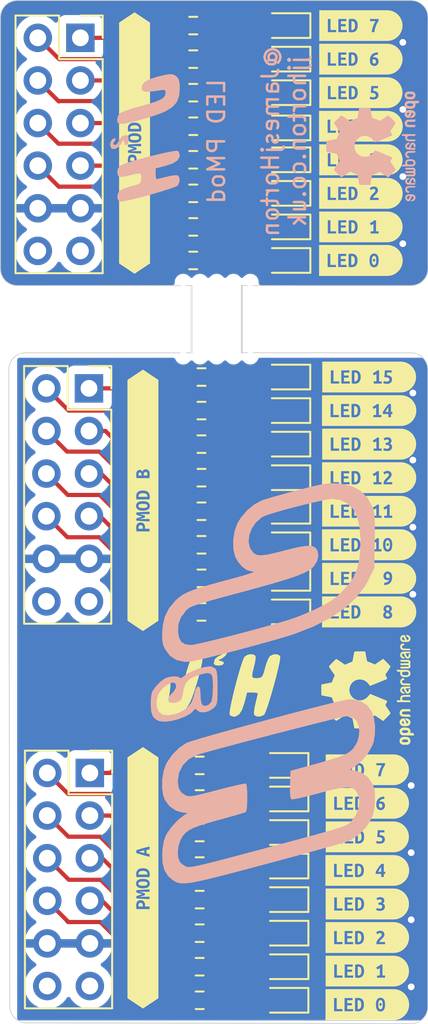
<source format=kicad_pcb>
(kicad_pcb (version 20221018) (generator pcbnew)
  (layers (0 "F.Cu" signal) (31 "B.Cu" signal) (34 "B.Paste" user) (35 "F.Paste" user) (36 "B.SilkS" user "B.Silkscreen") (37 "F.SilkS" user "F.Silkscreen") (38 "B.Mask" user) (39 "F.Mask" user) (44 "Edge.Cuts" user))
  (net 0 "")
  (net 1 "Net-(D1-Pad2)")
  (net 2 "GND")
  (net 3 "Net-(D2-Pad2)")
  (net 4 "Net-(D3-Pad2)")
  (net 5 "Net-(D4-Pad2)")
  (net 6 "Net-(D5-Pad2)")
  (net 7 "Net-(D6-Pad2)")
  (net 8 "Net-(D7-Pad2)")
  (net 9 "Net-(D8-Pad2)")
  (net 10 "Net-(D9-Pad2)")
  (net 11 "Net-(D10-Pad2)")
  (net 12 "Net-(D11-Pad2)")
  (net 13 "Net-(D12-Pad2)")
  (net 14 "Net-(D13-Pad2)")
  (net 15 "Net-(D14-Pad2)")
  (net 16 "Net-(D15-Pad2)")
  (net 17 "Net-(D16-Pad2)")
  (net 18 "Net-(D17-Pad2)")
  (net 19 "Net-(D18-Pad2)")
  (net 20 "Net-(D19-Pad2)")
  (net 21 "Net-(D20-Pad2)")
  (net 22 "Net-(D21-Pad2)")
  (net 23 "Net-(D22-Pad2)")
  (net 24 "Net-(D23-Pad2)")
  (net 25 "Net-(D24-Pad2)")
  (net 28 "P1_LED0")
  (net 29 "P1_LED1")
  (net 30 "P1_LED2")
  (net 31 "P1_LED3")
  (net 32 "P1_LED4")
  (net 33 "P1_LED5")
  (net 34 "P1_LED6")
  (net 35 "P1_LED7")
  (net 36 "P2A_LED7")
  (net 37 "P2A_LED6")
  (net 38 "P2A_LED5")
  (net 39 "P2A_LED4")
  (net 40 "P2A_LED3")
  (net 41 "P2A_LED2")
  (net 42 "P2A_LED1")
  (net 43 "P2A_LED0")
  (net 46 "P2B_LED7")
  (net 47 "P2B_LED6")
  (net 48 "P2B_LED5")
  (net 49 "P2B_LED4")
  (net 50 "P2B_LED3")
  (net 51 "P2B_LED2")
  (net 52 "P2B_LED1")
  (net 53 "P2B_LED0")
  (net 56 "GND2")
  (footprint "LED_SMD:LED_0603_1608Metric" (layer "F.Cu") (at 146.5 89.5 180)
    (fp_text reference "D1" hide)
    (fp_text value "LED" hide)
    (pad "1" smd roundrect (at -0.7875 0 180) (size 0.875 0.95) (layers "F.Cu" "F.Paste" "F.Mask") (net 56 "GND2"))
    (pad "2" smd roundrect (at 0.7875 0 180) (size 0.875 0.95) (layers "F.Cu" "F.Paste" "F.Mask") (net 1 "Net-(D1-Pad2)"))
  )
  (footprint "LED_SMD:LED_0603_1608Metric" (layer "F.Cu") (at 146.5 87.5 180)
    (fp_text reference "D2" hide)
    (fp_text value "LED" hide)
    (pad "1" smd roundrect (at -0.7875 0 180) (size 0.875 0.95) (layers "F.Cu" "F.Paste" "F.Mask") (net 56 "GND2"))
    (pad "2" smd roundrect (at 0.7875 0 180) (size 0.875 0.95) (layers "F.Cu" "F.Paste" "F.Mask") (net 3 "Net-(D2-Pad2)"))
  )
  (footprint "LED_SMD:LED_0603_1608Metric" (layer "F.Cu") (at 146.5 85.5 180)
    (fp_text reference "D3" hide)
    (fp_text value "LED" hide)
    (pad "1" smd roundrect (at -0.7875 0 180) (size 0.875 0.95) (layers "F.Cu" "F.Paste" "F.Mask") (net 56 "GND2"))
    (pad "2" smd roundrect (at 0.7875 0 180) (size 0.875 0.95) (layers "F.Cu" "F.Paste" "F.Mask") (net 4 "Net-(D3-Pad2)"))
  )
  (footprint "LED_SMD:LED_0603_1608Metric" (layer "F.Cu") (at 146.5 83.5 180)
    (fp_text reference "D4" hide)
    (fp_text value "LED" hide)
    (pad "1" smd roundrect (at -0.7875 0 180) (size 0.875 0.95) (layers "F.Cu" "F.Paste" "F.Mask") (net 56 "GND2"))
    (pad "2" smd roundrect (at 0.7875 0 180) (size 0.875 0.95) (layers "F.Cu" "F.Paste" "F.Mask") (net 5 "Net-(D4-Pad2)"))
  )
  (footprint "LED_SMD:LED_0603_1608Metric" (layer "F.Cu") (at 146.5 81.6 180)
    (fp_text reference "D5" hide)
    (fp_text value "LED" hide)
    (pad "1" smd roundrect (at -0.7875 0 180) (size 0.875 0.95) (layers "F.Cu" "F.Paste" "F.Mask") (net 56 "GND2"))
    (pad "2" smd roundrect (at 0.7875 0 180) (size 0.875 0.95) (layers "F.Cu" "F.Paste" "F.Mask") (net 6 "Net-(D5-Pad2)"))
  )
  (footprint "LED_SMD:LED_0603_1608Metric" (layer "F.Cu") (at 146.5 79.5 180)
    (fp_text reference "D6" hide)
    (fp_text value "LED" hide)
    (pad "1" smd roundrect (at -0.7875 0 180) (size 0.875 0.95) (layers "F.Cu" "F.Paste" "F.Mask") (net 56 "GND2"))
    (pad "2" smd roundrect (at 0.7875 0 180) (size 0.875 0.95) (layers "F.Cu" "F.Paste" "F.Mask") (net 7 "Net-(D6-Pad2)"))
  )
  (footprint "LED_SMD:LED_0603_1608Metric" (layer "F.Cu") (at 146.5 77.5 180)
    (fp_text reference "D7" hide)
    (fp_text value "LED" hide)
    (pad "1" smd roundrect (at -0.7875 0 180) (size 0.875 0.95) (layers "F.Cu" "F.Paste" "F.Mask") (net 56 "GND2"))
    (pad "2" smd roundrect (at 0.7875 0 180) (size 0.875 0.95) (layers "F.Cu" "F.Paste" "F.Mask") (net 8 "Net-(D7-Pad2)"))
  )
  (footprint "LED_SMD:LED_0603_1608Metric" (layer "F.Cu") (at 146.5 75.5 180)
    (fp_text reference "D8" hide)
    (fp_text value "LED" hide)
    (pad "1" smd roundrect (at -0.7875 0 180) (size 0.875 0.95) (layers "F.Cu" "F.Paste" "F.Mask") (net 56 "GND2"))
    (pad "2" smd roundrect (at 0.7875 0 180) (size 0.875 0.95) (layers "F.Cu" "F.Paste" "F.Mask") (net 9 "Net-(D8-Pad2)"))
  )
  (footprint "Connector_PinSocket_2.54mm:PinSocket_2x06_P2.54mm_Vertical" (layer "F.Cu") (at 134.27 76.23)
    (fp_text reference "J1" hide)
    (fp_text value "Conn_02x06_Odd_Even" hide)
    (pad "1" thru_hole rect (at 0 0) (size 1.7 1.7) (drill 1) (layers "*.Cu" "*.Mask") (net 35 "P1_LED7"))
    (pad "2" thru_hole oval (at -2.54 0) (size 1.7 1.7) (drill 1) (layers "*.Cu" "*.Mask") (net 34 "P1_LED6"))
    (pad "3" thru_hole oval (at 0 2.54) (size 1.7 1.7) (drill 1) (layers "*.Cu" "*.Mask") (net 33 "P1_LED5"))
    (pad "4" thru_hole oval (at -2.54 2.54) (size 1.7 1.7) (drill 1) (layers "*.Cu" "*.Mask") (net 32 "P1_LED4"))
    (pad "5" thru_hole oval (at 0 5.08) (size 1.7 1.7) (drill 1) (layers "*.Cu" "*.Mask") (net 31 "P1_LED3"))
    (pad "6" thru_hole oval (at -2.54 5.08) (size 1.7 1.7) (drill 1) (layers "*.Cu" "*.Mask") (net 30 "P1_LED2"))
    (pad "7" thru_hole oval (at 0 7.62) (size 1.7 1.7) (drill 1) (layers "*.Cu" "*.Mask") (net 29 "P1_LED1"))
    (pad "8" thru_hole oval (at -2.54 7.62) (size 1.7 1.7) (drill 1) (layers "*.Cu" "*.Mask") (net 28 "P1_LED0"))
    (pad "9" thru_hole oval (at 0 10.16) (size 1.7 1.7) (drill 1) (layers "*.Cu" "*.Mask") (net 56 "GND2"))
    (pad "10" thru_hole oval (at -2.54 10.16) (size 1.7 1.7) (drill 1) (layers "*.Cu" "*.Mask") (net 56 "GND2"))
    (pad "11" thru_hole oval (at 0 12.7) (size 1.7 1.7) (drill 1) (layers "*.Cu" "*.Mask"))
    (pad "12" thru_hole oval (at -2.54 12.7) (size 1.7 1.7) (drill 1) (layers "*.Cu" "*.Mask"))
  )
  (footprint "Resistor_SMD:R_0603_1608Metric" (layer "F.Cu") (at 141 89.5)
    (fp_text reference "R1" hide)
    (fp_text value "330" hide)
    (pad "1" smd roundrect (at -0.825 0) (size 0.8 0.95) (layers "F.Cu" "F.Paste" "F.Mask") (net 28 "P1_LED0"))
    (pad "2" smd roundrect (at 0.825 0) (size 0.8 0.95) (layers "F.Cu" "F.Paste" "F.Mask") (net 1 "Net-(D1-Pad2)"))
  )
  (footprint "Resistor_SMD:R_0603_1608Metric" (layer "F.Cu") (at 141 87.5)
    (fp_text reference "R2" hide)
    (fp_text value "330" hide)
    (pad "1" smd roundrect (at -0.825 0) (size 0.8 0.95) (layers "F.Cu" "F.Paste" "F.Mask") (net 29 "P1_LED1"))
    (pad "2" smd roundrect (at 0.825 0) (size 0.8 0.95) (layers "F.Cu" "F.Paste" "F.Mask") (net 3 "Net-(D2-Pad2)"))
  )
  (footprint "Resistor_SMD:R_0603_1608Metric" (layer "F.Cu") (at 141 85.5)
    (fp_text reference "R3" hide)
    (fp_text value "330" hide)
    (pad "1" smd roundrect (at -0.825 0) (size 0.8 0.95) (layers "F.Cu" "F.Paste" "F.Mask") (net 30 "P1_LED2"))
    (pad "2" smd roundrect (at 0.825 0) (size 0.8 0.95) (layers "F.Cu" "F.Paste" "F.Mask") (net 4 "Net-(D3-Pad2)"))
  )
  (footprint "Resistor_SMD:R_0603_1608Metric" (layer "F.Cu") (at 141 83.5)
    (fp_text reference "R4" hide)
    (fp_text value "330" hide)
    (pad "1" smd roundrect (at -0.825 0) (size 0.8 0.95) (layers "F.Cu" "F.Paste" "F.Mask") (net 31 "P1_LED3"))
    (pad "2" smd roundrect (at 0.825 0) (size 0.8 0.95) (layers "F.Cu" "F.Paste" "F.Mask") (net 5 "Net-(D4-Pad2)"))
  )
  (footprint "Resistor_SMD:R_0603_1608Metric" (layer "F.Cu") (at 141 81.5)
    (fp_text reference "R5" hide)
    (fp_text value "330" hide)
    (pad "1" smd roundrect (at -0.825 0) (size 0.8 0.95) (layers "F.Cu" "F.Paste" "F.Mask") (net 32 "P1_LED4"))
    (pad "2" smd roundrect (at 0.825 0) (size 0.8 0.95) (layers "F.Cu" "F.Paste" "F.Mask") (net 6 "Net-(D5-Pad2)"))
  )
  (footprint "Resistor_SMD:R_0603_1608Metric" (layer "F.Cu") (at 141 79.5)
    (fp_text reference "R6" hide)
    (fp_text value "330" hide)
    (pad "1" smd roundrect (at -0.825 0) (size 0.8 0.95) (layers "F.Cu" "F.Paste" "F.Mask") (net 33 "P1_LED5"))
    (pad "2" smd roundrect (at 0.825 0) (size 0.8 0.95) (layers "F.Cu" "F.Paste" "F.Mask") (net 7 "Net-(D6-Pad2)"))
  )
  (footprint "Resistor_SMD:R_0603_1608Metric" (layer "F.Cu") (at 141 77.5)
    (fp_text reference "R7" hide)
    (fp_text value "330" hide)
    (pad "1" smd roundrect (at -0.825 0) (size 0.8 0.95) (layers "F.Cu" "F.Paste" "F.Mask") (net 34 "P1_LED6"))
    (pad "2" smd roundrect (at 0.825 0) (size 0.8 0.95) (layers "F.Cu" "F.Paste" "F.Mask") (net 8 "Net-(D7-Pad2)"))
  )
  (footprint "Resistor_SMD:R_0603_1608Metric" (layer "F.Cu") (at 141 75.5)
    (fp_text reference "R8" hide)
    (fp_text value "330" hide)
    (pad "1" smd roundrect (at -0.825 0) (size 0.8 0.95) (layers "F.Cu" "F.Paste" "F.Mask") (net 35 "P1_LED7"))
    (pad "2" smd roundrect (at 0.825 0) (size 0.8 0.95) (layers "F.Cu" "F.Paste" "F.Mask") (net 9 "Net-(D8-Pad2)"))
  )
  (footprint "Resistor_SMD:R_0603_1608Metric" (layer "F.Cu") (at 141.382893 133.598946)
    (fp_text reference "R17" hide)
    (fp_text value "330" hide)
    (pad "1" smd roundrect (at -0.825 0) (size 0.8 0.95) (layers "F.Cu" "F.Paste" "F.Mask") (net 53 "P2B_LED0"))
    (pad "2" smd roundrect (at 0.825 0) (size 0.8 0.95) (layers "F.Cu" "F.Paste" "F.Mask") (net 18 "Net-(D17-Pad2)"))
  )
  (footprint "Resistor_SMD:R_0603_1608Metric" (layer "F.Cu") (at 141.492893 110.448946)
    (fp_text reference "R9" hide)
    (fp_text value "330" hide)
    (pad "1" smd roundrect (at -0.825 0) (size 0.8 0.95) (layers "F.Cu" "F.Paste" "F.Mask") (net 43 "P2A_LED0"))
    (pad "2" smd roundrect (at 0.825 0) (size 0.8 0.95) (layers "F.Cu" "F.Paste" "F.Mask") (net 10 "Net-(D9-Pad2)"))
  )
  (footprint "Resistor_SMD:R_0603_1608Metric" (layer "F.Cu") (at 141.382893 119.598946)
    (fp_text reference "R24" hide)
    (fp_text value "330" hide)
    (pad "1" smd roundrect (at -0.825 0) (size 0.8 0.95) (layers "F.Cu" "F.Paste" "F.Mask") (net 46 "P2B_LED7"))
    (pad "2" smd roundrect (at 0.825 0) (size 0.8 0.95) (layers "F.Cu" "F.Paste" "F.Mask") (net 25 "Net-(D24-Pad2)"))
  )
  (footprint "kibuzzard-62214D83" (layer "F.Cu") (at 151.382893 131.858946)
    (fp_text reference "kibuzzard-62214D83" hide)
    (fp_text value "G***" hide)
  )
  (footprint "NPTH" (layer "F.Cu") (at 141.4 95.2)
    (fp_text reference "REF**" hide)
    (fp_text value "NPTH" hide)
    (pad "" np_thru_hole circle (at 0 0) (size 0.5 0.5) (drill 0.5) (layers "*.Cu"))
  )
  (footprint "kibuzzard-62214ED8" (layer "F.Cu") (at 151.492893 98.448946)
    (fp_text reference "kibuzzard-62214ED8" hide)
    (fp_text value "G***" hide)
  )
  (footprint "Resistor_SMD:R_0603_1608Metric" (layer "F.Cu") (at 141.492893 106.448946)
    (fp_text reference "R11" hide)
    (fp_text value "330" hide)
    (pad "1" smd roundrect (at -0.825 0) (size 0.8 0.95) (layers "F.Cu" "F.Paste" "F.Mask") (net 41 "P2A_LED2"))
    (pad "2" smd roundrect (at 0.825 0) (size 0.8 0.95) (layers "F.Cu" "F.Paste" "F.Mask") (net 12 "Net-(D11-Pad2)"))
  )
  (footprint "kibuzzard-62214DA9" (layer "F.Cu") (at 151 81.5)
    (fp_text reference "kibuzzard-62214DA9" hide)
    (fp_text value "G***" hide)
  )
  (footprint "kibuzzard-62214DCC" (layer "F.Cu") (at 151 75.5)
    (fp_text reference "kibuzzard-62214DCC" hide)
    (fp_text value "G***" hide)
  )
  (footprint "kibuzzard-62214DB4" (layer "F.Cu") (at 151 79.5)
    (fp_text reference "kibuzzard-62214DB4" hide)
    (fp_text value "G***" hide)
  )
  (footprint "Resistor_SMD:R_0603_1608Metric" (layer "F.Cu") (at 141.492893 102.448946)
    (fp_text reference "R13" hide)
    (fp_text value "330" hide)
    (pad "1" smd roundrect (at -0.825 0) (size 0.8 0.95) (layers "F.Cu" "F.Paste" "F.Mask") (net 39 "P2A_LED4"))
    (pad "2" smd roundrect (at 0.825 0) (size 0.8 0.95) (layers "F.Cu" "F.Paste" "F.Mask") (net 14 "Net-(D13-Pad2)"))
  )
  (footprint "NPTH" (layer "F.Cu") (at 142.4 90.798)
    (fp_text reference "REF**" hide)
    (fp_text value "NPTH" hide)
    (pad "" np_thru_hole circle (at 0 0) (size 0.5 0.5) (drill 0.5) (layers "*.Cu"))
  )
  (footprint "kibuzzard-62214EC6" (layer "F.Cu") (at 151.492893 96.448946)
    (fp_text reference "kibuzzard-62214EC6" hide)
    (fp_text value "G***" hide)
  )
  (footprint "Resistor_SMD:R_0603_1608Metric" (layer "F.Cu") (at 141.492893 104.448946)
    (fp_text reference "R12" hide)
    (fp_text value "330" hide)
    (pad "1" smd roundrect (at -0.825 0) (size 0.8 0.95) (layers "F.Cu" "F.Paste" "F.Mask") (net 40 "P2A_LED3"))
    (pad "2" smd roundrect (at 0.825 0) (size 0.8 0.95) (layers "F.Cu" "F.Paste" "F.Mask") (net 13 "Net-(D12-Pad2)"))
  )
  (footprint "LED_SMD:LED_0603_1608Metric" (layer "F.Cu") (at 146.382893 121.598946 180)
    (fp_text reference "D23" hide)
    (fp_text value "LED" hide)
    (pad "1" smd roundrect (at -0.7875 0 180) (size 0.875 0.95) (layers "F.Cu" "F.Paste" "F.Mask") (net 2 "GND"))
    (pad "2" smd roundrect (at 0.7875 0 180) (size 0.875 0.95) (layers "F.Cu" "F.Paste" "F.Mask") (net 24 "Net-(D23-Pad2)"))
  )
  (footprint "kibuzzard-622155A9" (layer "F.Cu") (at 138 103.798946 90)
    (fp_text reference "kibuzzard-622155A9" hide)
    (fp_text value "Logo7" hide)
  )
  (footprint "kibuzzard-62214F11" (layer "F.Cu") (at 151.492893 106.448946)
    (fp_text reference "kibuzzard-62214F11" hide)
    (fp_text value "G***" hide)
  )
  (footprint "kibuzzard-62214F07" (layer "F.Cu") (at 151.492893 104.448946)
    (fp_text reference "kibuzzard-62214F07" hide)
    (fp_text value "G***" hide)
  )
  (footprint "kibuzzard-62214F38" (layer "F.Cu") (at 151.492893 108.448946)
    (fp_text reference "kibuzzard-62214F38" hide)
    (fp_text value "G***" hide)
  )
  (footprint "NPTH" (layer "F.Cu") (at 141.4 90.798)
    (fp_text reference "REF**" hide)
    (fp_text value "NPTH" hide)
    (pad "" np_thru_hole circle (at 0 0) (size 0.5 0.5) (drill 0.5) (layers "*.Cu"))
  )
  (footprint "Resistor_SMD:R_0603_1608Metric" (layer "F.Cu") (at 141.492893 98.448946)
    (fp_text reference "R15" hide)
    (fp_text value "330" hide)
    (pad "1" smd roundrect (at -0.825 0) (size 0.8 0.95) (layers "F.Cu" "F.Paste" "F.Mask") (net 37 "P2A_LED6"))
    (pad "2" smd roundrect (at 0.825 0) (size 0.8 0.95) (layers "F.Cu" "F.Paste" "F.Mask") (net 16 "Net-(D15-Pad2)"))
  )
  (footprint "LED_SMD:LED_0603_1608Metric" (layer "F.Cu") (at 146.492893 98.448946 180)
    (fp_text reference "D15" hide)
    (fp_text value "LED" hide)
    (pad "1" smd roundrect (at -0.7875 0 180) (size 0.875 0.95) (layers "F.Cu" "F.Paste" "F.Mask") (net 2 "GND"))
    (pad "2" smd roundrect (at 0.7875 0 180) (size 0.875 0.95) (layers "F.Cu" "F.Paste" "F.Mask") (net 16 "Net-(D15-Pad2)"))
  )
  (footprint "kibuzzard-62215596" (layer "F.Cu") (at 138 126.298946 90)
    (fp_text reference "kibuzzard-62215596" hide)
    (fp_text value "Logo6" hide)
  )
  (footprint "Resistor_SMD:R_0603_1608Metric" (layer "F.Cu") (at 141.492893 96.448946)
    (fp_text reference "R16" hide)
    (fp_text value "330" hide)
    (pad "1" smd roundrect (at -0.825 0) (size 0.8 0.95) (layers "F.Cu" "F.Paste" "F.Mask") (net 36 "P2A_LED7"))
    (pad "2" smd roundrect (at 0.825 0) (size 0.8 0.95) (layers "F.Cu" "F.Paste" "F.Mask") (net 17 "Net-(D16-Pad2)"))
  )
  (footprint "kibuzzard-62214D6E" (layer "F.Cu") (at 151 85.5)
    (fp_text reference "kibuzzard-62214D6E" hide)
    (fp_text value "G***" hide)
  )
  (footprint "LED_SMD:LED_0603_1608Metric" (layer "F.Cu") (at 146.382893 123.598946 180)
    (fp_text reference "D22" hide)
    (fp_text value "LED" hide)
    (pad "1" smd roundrect (at -0.7875 0 180) (size 0.875 0.95) (layers "F.Cu" "F.Paste" "F.Mask") (net 2 "GND"))
    (pad "2" smd roundrect (at 0.7875 0 180) (size 0.875 0.95) (layers "F.Cu" "F.Paste" "F.Mask") (net 23 "Net-(D22-Pad2)"))
  )
  (footprint "kibuzzard-62214D8E" (layer "F.Cu") (at 151.382893 133.858946)
    (fp_text reference "kibuzzard-62214D8E" hide)
    (fp_text value "G***" hide)
  )
  (footprint "kibuzzard-62214F50" (layer "F.Cu") (at 151.492893 110.448946)
    (fp_text reference "kibuzzard-62214F50" hide)
    (fp_text value "G***" hide)
  )
  (footprint "NPTH" (layer "F.Cu") (at 143.4 90.798)
    (fp_text reference "REF**" hide)
    (fp_text value "NPTH" hide)
    (pad "" np_thru_hole circle (at 0 0) (size 0.5 0.5) (drill 0.5) (layers "*.Cu"))
  )
  (footprint "Resistor_SMD:R_0603_1608Metric" (layer "F.Cu") (at 141.382893 123.598946)
    (fp_text reference "R22" hide)
    (fp_text value "330" hide)
    (pad "1" smd roundrect (at -0.825 0) (size 0.8 0.95) (layers "F.Cu" "F.Paste" "F.Mask") (net 48 "P2B_LED5"))
    (pad "2" smd roundrect (at 0.825 0) (size 0.8 0.95) (layers "F.Cu" "F.Paste" "F.Mask") (net 23 "Net-(D22-Pad2)"))
  )
  (footprint "LED_SMD:LED_0603_1608Metric" (layer "F.Cu") (at 146.492893 110.448946 180)
    (fp_text reference "D9" hide)
    (fp_text value "LED" hide)
    (pad "1" smd roundrect (at -0.7875 0 180) (size 0.875 0.95) (layers "F.Cu" "F.Paste" "F.Mask") (net 2 "GND"))
    (pad "2" smd roundrect (at 0.7875 0 180) (size 0.875 0.95) (layers "F.Cu" "F.Paste" "F.Mask") (net 10 "Net-(D9-Pad2)"))
  )
  (footprint "Resistor_SMD:R_0603_1608Metric" (layer "F.Cu") (at 141.492893 100.448946)
    (fp_text reference "R14" hide)
    (fp_text value "330" hide)
    (pad "1" smd roundrect (at -0.825 0) (size 0.8 0.95) (layers "F.Cu" "F.Paste" "F.Mask") (net 38 "P2A_LED5"))
    (pad "2" smd roundrect (at 0.825 0) (size 0.8 0.95) (layers "F.Cu" "F.Paste" "F.Mask") (net 15 "Net-(D14-Pad2)"))
  )
  (footprint "kibuzzard-62214D6E" (layer "F.Cu") (at 151.382893 129.858946)
    (fp_text reference "kibuzzard-62214D6E" hide)
    (fp_text value "G***" hide)
  )
  (footprint "LED_SMD:LED_0603_1608Metric" (layer "F.Cu") (at 146.492893 102.448946 180)
    (fp_text reference "D13" hide)
    (fp_text value "LED" hide)
    (pad "1" smd roundrect (at -0.7875 0 180) (size 0.875 0.95) (layers "F.Cu" "F.Paste" "F.Mask") (net 2 "GND"))
    (pad "2" smd roundrect (at 0.7875 0 180) (size 0.875 0.95) (layers "F.Cu" "F.Paste" "F.Mask") (net 14 "Net-(D13-Pad2)"))
  )
  (footprint "LED_SMD:LED_0603_1608Metric" (layer "F.Cu") (at 146.382893 129.598946 180)
    (fp_text reference "D19" hide)
    (fp_text value "LED" hide)
    (pad "1" smd roundrect (at -0.7875 0 180) (size 0.875 0.95) (layers "F.Cu" "F.Paste" "F.Mask") (net 2 "GND"))
    (pad "2" smd roundrect (at 0.7875 0 180) (size 0.875 0.95) (layers "F.Cu" "F.Paste" "F.Mask") (net 20 "Net-(D19-Pad2)"))
  )
  (footprint "kibuzzard-62214D8E" (layer "F.Cu") (at 151 89.5)
    (fp_text reference "kibuzzard-62214D8E" hide)
    (fp_text value "G***" hide)
  )
  (footprint "Resistor_SMD:R_0603_1608Metric" (layer "F.Cu") (at 141.382893 121.598946)
    (fp_text reference "R23" hide)
    (fp_text value "330" hide)
    (pad "1" smd roundrect (at -0.825 0) (size 0.8 0.95) (layers "F.Cu" "F.Paste" "F.Mask") (net 47 "P2B_LED6"))
    (pad "2" smd roundrect (at 0.825 0) (size 0.8 0.95) (layers "F.Cu" "F.Paste" "F.Mask") (net 24 "Net-(D23-Pad2)"))
  )
  (footprint "kibuzzard-62215645" (layer "F.Cu") (at 137.5 82.5 90)
    (fp_text reference "kibuzzard-62215645" hide)
    (fp_text value "Logo8" hide)
  )
  (footprint "LED_SMD:LED_0603_1608Metric" (layer "F.Cu") (at 146.382893 119.598946 180)
    (fp_text reference "D24" hide)
    (fp_text value "LED" hide)
    (pad "1" smd roundrect (at -0.7875 0 180) (size 0.875 0.95) (layers "F.Cu" "F.Paste" "F.Mask") (net 2 "GND"))
    (pad "2" smd roundrect (at 0.7875 0 180) (size 0.875 0.95) (layers "F.Cu" "F.Paste" "F.Mask") (net 25 "Net-(D24-Pad2)"))
  )
  (footprint "LED_SMD:LED_0603_1608Metric" (layer "F.Cu") (at 146.382893 133.598946 180)
    (fp_text reference "D17" hide)
    (fp_text value "LED" hide)
    (pad "1" smd roundrect (at -0.7875 0 180) (size 0.875 0.95) (layers "F.Cu" "F.Paste" "F.Mask") (net 2 "GND"))
    (pad "2" smd roundrect (at 0.7875 0 180) (size 0.875 0.95) (layers "F.Cu" "F.Paste" "F.Mask") (net 18 "Net-(D17-Pad2)"))
  )
  (footprint "kibuzzard-62214D83" (layer "F.Cu") (at 151 87.5)
    (fp_text reference "kibuzzard-62214D83" hide)
    (fp_text value "G***" hide)
  )
  (footprint "NPTH" (layer "F.Cu") (at 142.4 95.2)
    (fp_text reference "REF**" hide)
    (fp_text value "NPTH" hide)
    (pad "" np_thru_hole circle (at 0 0) (size 0.5 0.5) (drill 0.5) (layers "*.Cu"))
  )
  (footprint "LED_SMD:LED_0603_1608Metric" (layer "F.Cu") (at 146.492893 96.448946 180)
    (fp_text reference "D16" hide)
    (fp_text value "LED" hide)
    (pad "1" smd roundrect (at -0.7875 0 180) (size 0.875 0.95) (layers "F.Cu" "F.Paste" "F.Mask") (net 2 "GND"))
    (pad "2" smd roundrect (at 0.7875 0 180) (size 0.875 0.95) (layers "F.Cu" "F.Paste" "F.Mask") (net 17 "Net-(D16-Pad2)"))
  )
  (footprint "LED_SMD:LED_0603_1608Metric" (layer "F.Cu") (at 146.492893 108.448946 180)
    (fp_text reference "D10" hide)
    (fp_text value "LED" hide)
    (pad "1" smd roundrect (at -0.7875 0 180) (size 0.875 0.95) (layers "F.Cu" "F.Paste" "F.Mask") (net 2 "GND"))
    (pad "2" smd roundrect (at 0.7875 0 180) (size 0.875 0.95) (layers "F.Cu" "F.Paste" "F.Mask") (net 11 "Net-(D10-Pad2)"))
  )
  (footprint "jjh:j2h_small" (layer "F.Cu") (at 142.4 114.998946)
    (fp_text reference "Logo1" hide)
    (fp_text value "LOGO" hide)
  )
  (footprint "kibuzzard-62214DB4" (layer "F.Cu") (at 151.382893 123.858946)
    (fp_text reference "kibuzzard-62214DB4" hide)
    (fp_text value "G***" hide)
  )
  (footprint "kibuzzard-62214EF3" (layer "F.Cu") (at 151.492893 102.448946)
    (fp_text reference "kibuzzard-62214EF3" hide)
    (fp_text value "G***" hide)
  )
  (footprint "NPTH" (layer "F.Cu") (at 140.4 95.2)
    (fp_text reference "REF**" hide)
    (fp_text value "NPTH" hide)
    (pad "" np_thru_hole circle (at 0 0) (size 0.5 0.5) (drill 0.5) (layers "*.Cu"))
  )
  (footprint "NPTH" (layer "F.Cu") (at 144.4 90.798)
    (fp_text reference "REF**" hide)
    (fp_text value "NPTH" hide)
    (pad "" np_thru_hole circle (at 0 0) (size 0.5 0.5) (drill 0.5) (layers "*.Cu"))
  )
  (footprint "Connector_PinSocket_2.54mm:PinSocket_2x06_P2.54mm_Vertical" (layer "F.Cu") (at 134.832893 120.048946)
    (fp_text reference "J3" hide)
    (fp_text value "Conn_02x06_Odd_Even" hide)
    (pad "1" thru_hole rect (at 0 0) (size 1.7 1.7) (drill 1) (layers "*.Cu" "*.Mask") (net 46 "P2B_LED7"))
    (pad "2" thru_hole oval (at -2.54 0) (size 1.7 1.7) (drill 1) (layers "*.Cu" "*.Mask") (net 47 "P2B_LED6"))
    (pad "3" thru_hole oval (at 0 2.54) (size 1.7 1.7) (drill 1) (layers "*.Cu" "*.Mask") (net 48 "P2B_LED5"))
    (pad "4" thru_hole oval (at -2.54 2.54) (size 1.7 1.7) (drill 1) (layers "*.Cu" "*.Mask") (net 49 "P2B_LED4"))
    (pad "5" thru_hole oval (at 0 5.08) (size 1.7 1.7) (drill 1) (layers "*.Cu" "*.Mask") (net 50 "P2B_LED3"))
    (pad "6" thru_hole oval (at -2.54 5.08) (size 1.7 1.7) (drill 1) (layers "*.Cu" "*.Mask") (net 51 "P2B_LED2"))
    (pad "7" thru_hole oval (at 0 7.62) (size 1.7 1.7) (drill 1) (layers "*.Cu" "*.Mask") (net 52 "P2B_LED1"))
    (pad "8" thru_hole oval (at -2.54 7.62) (size 1.7 1.7) (drill 1) (layers "*.Cu" "*.Mask") (net 53 "P2B_LED0"))
    (pad "9" thru_hole oval (at 0 10.16) (size 1.7 1.7) (drill 1) (layers "*.Cu" "*.Mask") (net 2 "GND"))
    (pad "10" thru_hole oval (at -2.54 10.16) (size 1.7 1.7) (drill 1) (layers "*.Cu" "*.Mask") (net 2 "GND"))
    (pad "11" thru_hole oval (at 0 12.7) (size 1.7 1.7) (drill 1) (layers "*.Cu" "*.Mask"))
    (pad "12" thru_hole oval (at -2.54 12.7) (size 1.7 1.7) (drill 1) (layers "*.Cu" "*.Mask"))
  )
  (footprint "Resistor_SMD:R_0603_1608Metric" (layer "F.Cu") (at 141.382893 125.598946)
    (fp_text reference "R21" hide)
    (fp_text value "330" hide)
    (pad "1" smd roundrect (at -0.825 0) (size 0.8 0.95) (layers "F.Cu" "F.Paste" "F.Mask") (net 49 "P2B_LED4"))
    (pad "2" smd roundrect (at 0.825 0) (size 0.8 0.95) (layers "F.Cu" "F.Paste" "F.Mask") (net 22 "Net-(D21-Pad2)"))
  )
  (footprint "kibuzzard-62214DC1" (layer "F.Cu") (at 151.382893 121.858946)
    (fp_text reference "kibuzzard-62214DC1" hide)
    (fp_text value "G***" hide)
  )
  (footprint "LED_SMD:LED_0603_1608Metric" (layer "F.Cu") (at 146.492893 100.448946 180)
    (fp_text reference "D14" hide)
    (fp_text value "LED" hide)
    (pad "1" smd roundrect (at -0.7875 0 180) (size 0.875 0.95) (layers "F.Cu" "F.Paste" "F.Mask") (net 2 "GND"))
    (pad "2" smd roundrect (at 0.7875 0 180) (size 0.875 0.95) (layers "F.Cu" "F.Paste" "F.Mask") (net 15 "Net-(D14-Pad2)"))
  )
  (footprint "LED_SMD:LED_0603_1608Metric" (layer "F.Cu") (at 146.382893 125.598946 180)
    (fp_text reference "D21" hide)
    (fp_text value "LED" hide)
    (pad "1" smd roundrect (at -0.7875 0 180) (size 0.875 0.95) (layers "F.Cu" "F.Paste" "F.Mask") (net 2 "GND"))
    (pad "2" smd roundrect (at 0.7875 0 180) (size 0.875 0.95) (layers "F.Cu" "F.Paste" "F.Mask") (net 22 "Net-(D21-Pad2)"))
  )
  (footprint "kibuzzard-62214DC1" (layer "F.Cu") (at 151 77.5)
    (fp_text reference "kibuzzard-62214DC1" hide)
    (fp_text value "G***" hide)
  )
  (footprint "NPTH" (layer "F.Cu") (at 143.4 95.2)
    (fp_text reference "REF**" hide)
    (fp_text value "NPTH" hide)
    (pad "" np_thru_hole circle (at 0 0) (size 0.5 0.5) (drill 0.5) (layers "*.Cu"))
  )
  (footprint "Resistor_SMD:R_0603_1608Metric" (layer "F.Cu") (at 141.382893 127.598946)
    (fp_text reference "R20" hide)
    (fp_text value "330" hide)
    (pad "1" smd roundrect (at -0.825 0) (size 0.8 0.95) (layers "F.Cu" "F.Paste" "F.Mask") (net 50 "P2B_LED3"))
    (pad "2" smd roundrect (at 0.825 0) (size 0.8 0.95) (layers "F.Cu" "F.Paste" "F.Mask") (net 21 "Net-(D20-Pad2)"))
  )
  (footprint "Resistor_SMD:R_0603_1608Metric" (layer "F.Cu") (at 141.382893 129.598946)
    (fp_text reference "R19" hide)
    (fp_text value "330" hide)
    (pad "1" smd roundrect (at -0.825 0) (size 0.8 0.95) (layers "F.Cu" "F.Paste" "F.Mask") (net 51 "P2B_LED2"))
    (pad "2" smd roundrect (at 0.825 0) (size 0.8 0.95) (layers "F.Cu" "F.Paste" "F.Mask") (net 20 "Net-(D19-Pad2)"))
  )
  (footprint "kibuzzard-62214DA9" (layer "F.Cu") (at 151.382893 125.858946)
    (fp_text reference "kibuzzard-62214DA9" hide)
    (fp_text value "G***" hide)
  )
  (footprint "LED_SMD:LED_0603_1608Metric" (layer "F.Cu") (at 146.382893 127.598946 180)
    (fp_text reference "D20" hide)
    (fp_text value "LED" hide)
    (pad "1" smd roundrect (at -0.7875 0 180) (size 0.875 0.95) (layers "F.Cu" "F.Paste" "F.Mask") (net 2 "GND"))
    (pad "2" smd roundrect (at 0.7875 0 180) (size 0.875 0.95) (layers "F.Cu" "F.Paste" "F.Mask") (net 21 "Net-(D20-Pad2)"))
  )
  (footprint "NPTH" (layer "F.Cu") (at 144.4 95.2)
    (fp_text reference "REF**" hide)
    (fp_text value "NPTH" hide)
    (pad "" np_thru_hole circle (at 0 0) (size 0.5 0.5) (drill 0.5) (layers "*.Cu"))
  )
  (footprint "Resistor_SMD:R_0603_1608Metric" (layer "F.Cu") (at 141.492893 108.448946)
    (fp_text reference "R10" hide)
    (fp_text value "330" hide)
    (pad "1" smd roundrect (at -0.825 0) (size 0.8 0.95) (layers "F.Cu" "F.Paste" "F.Mask") (net 42 "P2A_LED1"))
    (pad "2" smd roundrect (at 0.825 0) (size 0.8 0.95) (layers "F.Cu" "F.Paste" "F.Mask") (net 11 "Net-(D10-Pad2)"))
  )
  (footprint "kibuzzard-62214D9F" (layer "F.Cu") (at 151 83.5)
    (fp_text reference "kibuzzard-62214D9F" hide)
    (fp_text value "G***" hide)
  )
  (footprint "Symbol:OSHW-Logo2_7.3x6mm_SilkScreen" (layer "F.Cu") (at 151.4 115.098946 90)
    (fp_text reference "Logo2" hide)
    (fp_text value "OSHW-Logo2_7.3x6mm_SilkScreen" hide)
  )
  (footprint "LED_SMD:LED_0603_1608Metric" (layer "F.Cu") (at 146.382893 131.598946 180)
    (fp_text reference "D18" hide)
    (fp_text value "LED" hide)
    (pad "1" smd roundrect (at -0.7875 0 180) (size 0.875 0.95) (layers "F.Cu" "F.Paste" "F.Mask") (net 2 "GND"))
    (pad "2" smd roundrect (at 0.7875 0 180) (size 0.875 0.95) (layers "F.Cu" "F.Paste" "F.Mask") (net 19 "Net-(D18-Pad2)"))
  )
  (footprint "NPTH" (layer "F.Cu") (at 140.4 90.798)
    (fp_text reference "REF**" hide)
    (fp_text value "NPTH" hide)
    (pad "" np_thru_hole circle (at 0 0) (size 0.5 0.5) (drill 0.5) (layers "*.Cu"))
  )
  (footprint "Resistor_SMD:R_0603_1608Metric" (layer "F.Cu") (at 141.382893 131.598946)
    (fp_text reference "R18" hide)
    (fp_text value "330" hide)
    (pad "1" smd roundrect (at -0.825 0) (size 0.8 0.95) (layers "F.Cu" "F.Paste" "F.Mask") (net 52 "P2B_LED1"))
    (pad "2" smd roundrect (at 0.825 0) (size 0.8 0.95) (layers "F.Cu" "F.Paste" "F.Mask") (net 19 "Net-(D18-Pad2)"))
  )
  (footprint "kibuzzard-62214EE5" (layer "F.Cu") (at 151.492893 100.448946)
    (fp_text reference "kibuzzard-62214EE5" hide)
    (fp_text value "G***" hide)
  )
  (footprint "LED_SMD:LED_0603_1608Metric" (layer "F.Cu") (at 146.492893 104.448946 180)
    (fp_text reference "D12" hide)
    (fp_text value "LED" hide)
    (pad "1" smd roundrect (at -0.7875 0 180) (size 0.875 0.95) (layers "F.Cu" "F.Paste" "F.Mask") (net 2 "GND"))
    (pad "2" smd roundrect (at 0.7875 0 180) (size 0.875 0.95) (layers "F.Cu" "F.Paste" "F.Mask") (net 13 "Net-(D12-Pad2)"))
  )
  (footprint "Connector_PinSocket_2.54mm:PinSocket_2x06_P2.54mm_Vertical" (layer "F.Cu") (at 134.782893 97.123946)
    (fp_text reference "J2" hide)
    (fp_text value "Conn_02x06_Odd_Even" hide)
    (pad "1" thru_hole rect (at 0 0) (size 1.7 1.7) (drill 1) (layers "*.Cu" "*.Mask") (net 36 "P2A_LED7"))
    (pad "2" thru_hole oval (at -2.54 0) (size 1.7 1.7) (drill 1) (layers "*.Cu" "*.Mask") (net 37 "P2A_LED6"))
    (pad "3" thru_hole oval (at 0 2.54) (size 1.7 1.7) (drill 1) (layers "*.Cu" "*.Mask") (net 38 "P2A_LED5"))
    (pad "4" thru_hole oval (at -2.54 2.54) (size 1.7 1.7) (drill 1) (layers "*.Cu" "*.Mask") (net 39 "P2A_LED4"))
    (pad "5" thru_hole oval (at 0 5.08) (size 1.7 1.7) (drill 1) (layers "*.Cu" "*.Mask") (net 40 "P2A_LED3"))
    (pad "6" thru_hole oval (at -2.54 5.08) (size 1.7 1.7) (drill 1) (layers "*.Cu" "*.Mask") (net 41 "P2A_LED2"))
    (pad "7" thru_hole oval (at 0 7.62) (size 1.7 1.7) (drill 1) (layers "*.Cu" "*.Mask") (net 42 "P2A_LED1"))
    (pad "8" thru_hole oval (at -2.54 7.62) (size 1.7 1.7) (drill 1) (layers "*.Cu" "*.Mask") (net 43 "P2A_LED0"))
    (pad "9" thru_hole oval (at 0 10.16) (size 1.7 1.7) (drill 1) (layers "*.Cu" "*.Mask") (net 2 "GND"))
    (pad "10" thru_hole oval (at -2.54 10.16) (size 1.7 1.7) (drill 1) (layers "*.Cu" "*.Mask") (net 2 "GND"))
    (pad "11" thru_hole oval (at 0 12.7) (size 1.7 1.7) (drill 1) (layers "*.Cu" "*.Mask"))
    (pad "12" thru_hole oval (at -2.54 12.7) (size 1.7 1.7) (drill 1) (layers "*.Cu" "*.Mask"))
  )
  (footprint "kibuzzard-62214D9F" (layer "F.Cu") (at 151.382893 127.858946)
    (fp_text reference "kibuzzard-62214D9F" hide)
    (fp_text value "G***" hide)
  )
  (footprint "LED_SMD:LED_0603_1608Metric" (layer "F.Cu") (at 146.492893 106.448946 180)
    (fp_text reference "D11" hide)
    (fp_text value "LED" hide)
    (pad "1" smd roundrect (at -0.7875 0 180) (size 0.875 0.95) (layers "F.Cu" "F.Paste" "F.Mask") (net 2 "GND"))
    (pad "2" smd roundrect (at 0.7875 0 180) (size 0.875 0.95) (layers "F.Cu" "F.Paste" "F.Mask") (net 12 "Net-(D11-Pad2)"))
  )
  (footprint "kibuzzard-62214DCC" (layer "F.Cu") (at 151.382893 119.858946)
    (fp_text reference "kibuzzard-62214DCC" hide)
    (fp_text value "G***" hide)
  )
  (footprint "Symbol:OSHW-Logo2_7.3x6mm_SilkScreen" (layer "B.Cu") (at 151.7 82.7 -90)
    (fp_text reference "Logo5" hide)
    (fp_text value "OSHW-Logo2_7.3x6mm_SilkScreen" hide)
  )
  (footprint "jjh:j2h_small" (layer "B.Cu") (at 138.5 82.2 -90)
    (fp_text reference "Logo4" hide)
    (fp_text value "LOGO" hide)
  )
  (footprint "jjh:Untitled" (layer "B.Cu") (at 146 114.798946 -90)
    (fp_text reference "Logo3" hide)
    (fp_text value "LOGO" hide)
  )
  (gr_line (start 129.5 75) (end 129.5 90) (stroke (width 0.05)) (layer "Edge.Cuts"))
  (gr_line (start 154 74) (end 130.5 74) (stroke (width 0.05)) (layer "Edge.Cuts"))
  (gr_arc (start 129.5 75) (mid 129.792893 74.292893) (end 130.5 74) (stroke (width 0.05)) (layer "Edge.Cuts"))
  (gr_arc (start 130 96.006053) (mid 130.292893 95.298946) (end 131 95.006053) (stroke (width 0.05)) (layer "Edge.Cuts"))
  (gr_line (start 143.899667 90.999) (end 154 91) (stroke (width 0.05)) (layer "Edge.Cuts"))
  (gr_arc (start 130.5 91) (mid 129.792893 90.707107) (end 129.5 90) (stroke (width 0.05)) (layer "Edge.Cuts"))
  (gr_arc (start 153.992893 95.006053) (mid 154.7 95.298946) (end 154.992893 96.006053) (stroke (width 0.05)) (layer "Edge.Cuts"))
  (gr_line (start 143.899667 92.999) (end 143.899667 94.999) (stroke (width 0.1)) (layer "Edge.Cuts"))
  (gr_line (start 131 95.006053) (end 140.899667 95.005053) (stroke (width 0.05)) (layer "Edge.Cuts"))
  (gr_line (start 140.899667 95.005053) (end 140.899667 90.999) (stroke (width 0.1)) (layer "Edge.Cuts"))
  (gr_line (start 131.057107 134.941839) (end 153.992893 134.991839) (stroke (width 0.05)) (layer "Edge.Cuts"))
  (gr_line (start 130.5 91) (end 140.899667 90.999) (stroke (width 0.05)) (layer "Edge.Cuts"))
  (gr_arc (start 154.992893 133.991839) (mid 154.7 134.698946) (end 153.992893 134.991839) (stroke (width 0.05)) (layer "Edge.Cuts"))
  (gr_line (start 130 96.006053) (end 130.057107 133.941839) (stroke (width 0.05)) (layer "Edge.Cuts"))
  (gr_line (start 155 90) (end 155 75) (stroke (width 0.05)) (layer "Edge.Cuts"))
  (gr_arc (start 131.057107 134.941839) (mid 130.35 134.648946) (end 130.057107 133.941839) (stroke (width 0.05)) (layer "Edge.Cuts"))
  (gr_line (start 154.992893 96.006053) (end 154.992893 133.991839) (stroke (width 0.05)) (layer "Edge.Cuts"))
  (gr_arc (start 155 90) (mid 154.707107 90.707107) (end 154 91) (stroke (width 0.05)) (layer "Edge.Cuts"))
  (gr_arc (start 154 74) (mid 154.707107 74.292893) (end 155 75) (stroke (width 0.05)) (layer "Edge.Cuts"))
  (gr_line (start 143.899667 94.999) (end 153.992893 95.006053) (stroke (width 0.05)) (layer "Edge.Cuts"))
  (gr_line (start 143.899667 90.999) (end 143.899667 92.999) (stroke (width 0.1)) (layer "Edge.Cuts"))
  (gr_text "LED PMod\n\n@JamesjHorton\njjhorton.co.uk" (at 144.8 82.4 90) (layer "B.SilkS") (effects (font (size 1 1)) (justify mirror)))
  (segment (start 145.7125 89.5) (end 141.825 89.5) (width 0.25) (layer "F.Cu") (net 1))
  (via (at 154.1 97.398946) (size 0.8) (drill 0.4) (layers "F.Cu" "B.Cu") (net 2))
  (via (at 154.1 109.398946) (size 0.8) (drill 0.4) (layers "F.Cu" "B.Cu") (net 2))
  (via (at 154 128.798946) (size 0.8) (drill 0.4) (layers "F.Cu" "B.Cu") (net 2))
  (via (at 154 124.798946) (size 0.8) (drill 0.4) (layers "F.Cu" "B.Cu") (net 2))
  (via (at 154 132.798946) (size 0.8) (drill 0.4) (layers "F.Cu" "B.Cu") (net 2))
  (via (at 154.1 101.398946) (size 0.8) (drill 0.4) (layers "F.Cu" "B.Cu") (net 2))
  (via (at 154 120.798946) (size 0.8) (drill 0.4) (layers "F.Cu" "B.Cu") (net 2))
  (via (at 154.1 105.398946) (size 0.8) (drill 0.4) (layers "F.Cu" "B.Cu") (net 2))
  (segment (start 141.825 87.5) (end 145.7125 87.5) (width 0.25) (layer "F.Cu") (net 3))
  (segment (start 145.7125 85.5) (end 141.825 85.5) (width 0.25) (layer "F.Cu") (net 4))
  (segment (start 141.825 83.5) (end 145.7125 83.5) (width 0.25) (layer "F.Cu") (net 5))
  (segment (start 145.6125 81.5) (end 141.825 81.5) (width 0.25) (layer "F.Cu") (net 6))
  (segment (start 145.7125 81.6) (end 145.6125 81.5) (width 0.25) (layer "F.Cu") (net 6))
  (segment (start 141.825 79.5) (end 145.7125 79.5) (width 0.25) (layer "F.Cu") (net 7))
  (segment (start 141.825 77.5) (end 145.7125 77.5) (width 0.25) (layer "F.Cu") (net 8))
  (segment (start 141.825 75.5) (end 145.7125 75.5) (width 0.25) (layer "F.Cu") (net 9))
  (segment (start 142.317893 110.448946) (end 145.705393 110.448946) (width 0.25) (layer "F.Cu") (net 10))
  (segment (start 142.317893 108.448946) (end 145.705393 108.448946) (width 0.25) (layer "F.Cu") (net 11))
  (segment (start 142.317893 106.448946) (end 145.705393 106.448946) (width 0.25) (layer "F.Cu") (net 12))
  (segment (start 142.317893 104.448946) (end 145.705393 104.448946) (width 0.25) (layer "F.Cu") (net 13))
  (segment (start 142.317893 102.448946) (end 145.705393 102.448946) (width 0.25) (layer "F.Cu") (net 14))
  (segment (start 142.317893 100.448946) (end 145.705393 100.448946) (width 0.25) (layer "F.Cu") (net 15))
  (segment (start 142.317893 98.448946) (end 145.705393 98.448946) (width 0.25) (layer "F.Cu") (net 16))
  (segment (start 142.317893 96.448946) (end 145.705393 96.448946) (width 0.25) (layer "F.Cu") (net 17))
  (segment (start 142.207893 133.598946) (end 145.595393 133.598946) (width 0.25) (layer "F.Cu") (net 18))
  (segment (start 145.595393 131.598946) (end 142.207893 131.598946) (width 0.25) (layer "F.Cu") (net 19))
  (segment (start 142.207893 129.598946) (end 145.595393 129.598946) (width 0.25) (layer "F.Cu") (net 20))
  (segment (start 142.207893 127.598946) (end 145.595393 127.598946) (width 0.25) (layer "F.Cu") (net 21))
  (segment (start 142.207893 125.598946) (end 145.595393 125.598946) (width 0.25) (layer "F.Cu") (net 22))
  (segment (start 145.595393 123.598946) (end 142.207893 123.598946) (width 0.25) (layer "F.Cu") (net 23))
  (segment (start 142.207893 121.598946) (end 145.595393 121.598946) (width 0.25) (layer "F.Cu") (net 24))
  (segment (start 145.595393 119.598946) (end 142.207893 119.598946) (width 0.25) (layer "F.Cu") (net 25))
  (segment (start 139.570002 89.5) (end 140.175 89.5) (width 0.25) (layer "F.Cu") (net 28))
  (segment (start 135.170002 85.1) (end 139.570002 89.5) (width 0.25) (layer "F.Cu") (net 28))
  (segment (start 131.73 83.85) (end 132.99 85.11) (width 0.25) (layer "F.Cu") (net 28))
  (segment (start 133 85.1) (end 135.170002 85.1) (width 0.25) (layer "F.Cu") (net 28))
  (segment (start 132.99 85.11) (end 133 85.1) (width 0.25) (layer "F.Cu") (net 28))
  (segment (start 140.175 87.5) (end 139.5 87.5) (width 0.25) (layer "F.Cu") (net 29))
  (segment (start 134.27 83.85) (end 135.85 83.85) (width 0.25) (layer "F.Cu") (net 29))
  (segment (start 139.5 87.5) (end 135.85 83.85) (width 0.25) (layer "F.Cu") (net 29))
  (segment (start 138.650002 85.5) (end 135.690002 82.54) (width 0.25) (layer "F.Cu") (net 30))
  (segment (start 135.690002 82.54) (end 132.96 82.54) (width 0.25) (layer "F.Cu") (net 30))
  (segment (start 140.175 85.5) (end 138.650002 85.5) (width 0.25) (layer "F.Cu") (net 30))
  (segment (start 131.73 81.31) (end 132.96 82.54) (width 0.25) (layer "F.Cu") (net 30))
  (segment (start 135.94641 81.31) (end 134.27 81.31) (width 0.25) (layer "F.Cu") (net 31))
  (segment (start 140.175 83.5) (end 138.13641 83.5) (width 0.25) (layer "F.Cu") (net 31))
  (segment (start 138.13641 83.5) (end 135.94641 81.31) (width 0.25) (layer "F.Cu") (net 31))
  (segment (start 137.5 81.5) (end 136 80) (width 0.25) (layer "F.Cu") (net 32))
  (segment (start 133 80) (end 132.98 80.02) (width 0.25) (layer "F.Cu") (net 32))
  (segment (start 132.98 80.02) (end 131.73 78.77) (width 0.25) (layer "F.Cu") (net 32))
  (segment (start 136 80) (end 133 80) (width 0.25) (layer "F.Cu") (net 32))
  (segment (start 140.175 81.5) (end 137.5 81.5) (width 0.25) (layer "F.Cu") (net 32))
  (segment (start 134.27 78.77) (end 135.77 78.77) (width 0.25) (layer "F.Cu") (net 33))
  (segment (start 136.5 79.5) (end 140.175 79.5) (width 0.25) (layer "F.Cu") (net 33))
  (segment (start 135.77 78.77) (end 136.5 79.5) (width 0.25) (layer "F.Cu") (net 33))
  (segment (start 140.175 77.5) (end 140.080001 77.405001) (width 0.25) (layer "F.Cu") (net 34))
  (segment (start 136.405001 77.405001) (end 136.310002 77.5) (width 0.25) (layer "F.Cu") (net 34))
  (segment (start 140.080001 77.405001) (end 136.405001 77.405001) (width 0.25) (layer "F.Cu") (net 34))
  (segment (start 133 77.5) (end 131.73 76.23) (width 0.25) (layer "F.Cu") (net 34))
  (segment (start 136.310002 77.5) (end 133 77.5) (width 0.25) (layer "F.Cu") (net 34))
  (segment (start 139.445 76.23) (end 140.175 75.5) (width 0.25) (layer "F.Cu") (net 35))
  (segment (start 134.27 76.23) (end 139.445 76.23) (width 0.25) (layer "F.Cu") (net 35))
  (segment (start 134.782893 97.123946) (end 139.992893 97.123946) (width 0.25) (layer "F.Cu") (net 36))
  (segment (start 139.992893 97.123946) (end 140.667893 96.448946) (width 0.25) (layer "F.Cu") (net 36))
  (segment (start 133.567893 98.448946) (end 132.242893 97.123946) (width 0.25) (layer "F.Cu") (net 37))
  (segment (start 140.667893 98.448946) (end 133.567893 98.448946) (width 0.25) (layer "F.Cu") (net 37))
  (segment (start 136.548946 100.448946) (end 140.667893 100.448946) (width 0.25) (layer "F.Cu") (net 38))
  (segment (start 135.763946 99.663946) (end 136.548946 100.448946) (width 0.25) (layer "F.Cu") (net 38))
  (segment (start 134.782893 99.663946) (end 135.763946 99.663946) (width 0.25) (layer "F.Cu") (net 38))
  (segment (start 136.96 102.448946) (end 140.667893 102.448946) (width 0.25) (layer "F.Cu") (net 39))
  (segment (start 133.47342 100.894473) (end 132.242893 99.663946) (width 0.25) (layer "F.Cu") (net 39))
  (segment (start 135.405527 100.894473) (end 136.96 102.448946) (width 0.25) (layer "F.Cu") (net 39))
  (segment (start 135.405527 100.894473) (end 133.47342 100.894473) (width 0.25) (layer "F.Cu") (net 39))
  (segment (start 135.506054 102.203946) (end 137.751054 104.448946) (width 0.25) (layer "F.Cu") (net 40))
  (segment (start 137.751054 104.448946) (end 140.667893 104.448946) (width 0.25) (layer "F.Cu") (net 40))
  (segment (start 134.782893 102.203946) (end 135.506054 102.203946) (width 0.25) (layer "F.Cu") (net 40))
  (segment (start 135.421615 103.478385) (end 138.392175 106.448946) (width 0.25) (layer "F.Cu") (net 41))
  (segment (start 135.421615 103.478385) (end 133.517332 103.478385) (width 0.25) (layer "F.Cu") (net 41))
  (segment (start 138.392175 106.448946) (end 140.667893 106.448946) (width 0.25) (layer "F.Cu") (net 41))
  (segment (start 133.517332 103.478385) (end 132.242893 102.203946) (width 0.25) (layer "F.Cu") (net 41))
  (segment (start 135.443946 104.743946) (end 139.148946 108.448946) (width 0.25) (layer "F.Cu") (net 42))
  (segment (start 134.782893 104.743946) (end 135.443946 104.743946) (width 0.25) (layer "F.Cu") (net 42))
  (segment (start 139.148946 108.448946) (end 140.667893 108.448946) (width 0.25) (layer "F.Cu") (net 42))
  (segment (start 132.242893 104.743946) (end 133.417404 105.918457) (width 0.25) (layer "F.Cu") (net 43))
  (segment (start 135.4 106) (end 135.401615 105.998385) (width 0.25) (layer "F.Cu") (net 43))
  (segment (start 133.418457 105.918457) (end 133.5 106) (width 0.25) (layer "F.Cu") (net 43))
  (segment (start 133.5 106) (end 135.4 106) (width 0.25) (layer "F.Cu") (net 43))
  (segment (start 133.417404 105.918457) (end 133.418457 105.918457) (width 0.25) (layer "F.Cu") (net 43))
  (segment (start 139.852175 110.448946) (end 140.667893 110.448946) (width 0.25) (layer "F.Cu") (net 43))
  (segment (start 135.401615 105.998385) (end 139.852175 110.448946) (width 0.25) (layer "F.Cu") (net 43))
  (segment (start 140.557893 119.598946) (end 136.501054 119.598946) (width 0.25) (layer "F.Cu") (net 46))
  (segment (start 136.501054 119.598946) (end 136.051054 120.048946) (width 0.25) (layer "F.Cu") (net 46))
  (segment (start 136.051054 120.048946) (end 134.832893 120.048946) (width 0.25) (layer "F.Cu") (net 46))
  (segment (start 140.557893 121.598946) (end 136.298946 121.598946) (width 0.25) (layer "F.Cu") (net 47))
  (segment (start 136.298946 121.598946) (end 136 121.3) (width 0.25) (layer "F.Cu") (net 47))
  (segment (start 136 121.3) (end 133.543947 121.3) (width 0.25) (layer "F.Cu") (net 47))
  (segment (start 133.543947 121.3) (end 132.292893 120.048946) (width 0.25) (layer "F.Cu") (net 47))
  (segment (start 137.118946 123.618946) (end 140.537893 123.618946) (width 0.25) (layer "F.Cu") (net 48))
  (segment (start 136.088946 122.588946) (end 137.118946 123.618946) (width 0.25) (layer "F.Cu") (net 48))
  (segment (start 140.537893 123.618946) (end 140.557893 123.598946) (width 0.25) (layer "F.Cu") (net 48))
  (segment (start 134.832893 122.588946) (end 136.088946 122.588946) (width 0.25) (layer "F.Cu") (net 48))
  (segment (start 140.557893 125.598946) (end 137.207175 125.598946) (width 0.25) (layer "F.Cu") (net 49))
  (segment (start 135.562664 123.954435) (end 135.554435 123.954435) (width 0.25) (layer "F.Cu") (net 49))
  (segment (start 135.456255 123.848026) (end 133.551974 123.848026) (width 0.25) (layer "F.Cu") (net 49))
  (segment (start 132.292893 122.588946) (end 133.551974 123.848026) (width 0.25) (layer "F.Cu") (net 49))
  (segment (start 135.554435 123.946206) (end 135.456255 123.848026) (width 0.25) (layer "F.Cu") (net 49))
  (segment (start 137.207175 125.598946) (end 135.562664 123.954435) (width 0.25) (layer "F.Cu") (net 49))
  (segment (start 135.554435 123.954435) (end 135.554435 123.946206) (width 0.25) (layer "F.Cu") (net 49))
  (segment (start 135.571054 125.128946) (end 138.001054 127.558946) (width 0.25) (layer "F.Cu") (net 50))
  (segment (start 134.832893 125.128946) (end 135.571054 125.128946) (width 0.25) (layer "F.Cu") (net 50))
  (segment (start 138.001054 127.598946) (end 140.557893 127.598946) (width 0.25) (layer "F.Cu") (net 50))
  (segment (start 138.001054 127.558946) (end 138.001054 127.598946) (width 0.25) (layer "F.Cu") (net 50))
  (segment (start 138.667175 129.598946) (end 140.557893 129.598946) (width 0.25) (layer "F.Cu") (net 51))
  (segment (start 135.484114 126.415886) (end 133.579833 126.415886) (width 0.25) (layer "F.Cu") (net 51))
  (segment (start 135.484114 126.415886) (end 138.667175 129.598946) (width 0.25) (layer "F.Cu") (net 51))
  (segment (start 133.579833 126.415886) (end 132.292893 125.128946) (width 0.25) (layer "F.Cu") (net 51))
  (segment (start 135.568946 127.668946) (end 139.498946 131.598946) (width 0.25) (layer "F.Cu") (net 52))
  (segment (start 139.498946 131.598946) (end 140.557893 131.598946) (width 0.25) (layer "F.Cu") (net 52))
  (segment (start 134.832893 127.668946) (end 135.568946 127.668946) (width 0.25) (layer "F.Cu") (net 52))
  (segment (start 133.467404 128.843457) (end 133.467404 128.867404) (width 0.25) (layer "F.Cu") (net 53))
  (segment (start 133.467404 128.867404) (end 133.535886 128.935886) (width 0.25) (layer "F.Cu") (net 53))
  (segment (start 135.464114 128.935886) (end 140.127175 133.598946) (width 0.25) (layer "F.Cu") (net 53))
  (segment (start 133.535886 128.935886) (end 135.464114 128.935886) (width 0.25) (layer "F.Cu") (net 53))
  (segment (start 132.292893 127.668946) (end 133.467404 128.843457) (width 0.25) (layer "F.Cu") (net 53))
  (segment (start 140.127175 133.598946) (end 140.557893 133.598946) (width 0.25) (layer "F.Cu") (net 53))
  (segment (start 131.73 86.39) (end 134.27 86.39) (width 0.25) (layer "F.Cu") (net 56))
  (via (at 153.5 88.5) (size 0.8) (drill 0.4) (layers "F.Cu" "B.Cu") (net 56))
  (via (at 153.5 76.5) (size 0.8) (drill 0.4) (layers "F.Cu" "B.Cu") (net 56))
  (via (at 153.5 84.5) (size 0.8) (drill 0.4) (layers "F.Cu" "B.Cu") (net 56))
  (via (at 153.5 80.5) (size 0.8) (drill 0.4) (layers "F.Cu" "B.Cu") (net 56))
  (zone (net 56) (net_name "GND2") (layer "F.Cu") (connect_pads (clearance 0.508)) (min_thickness 0.254) (fill yes (thermal_gap 0.508) (thermal_bridge_width 0.508))
    (polygon (pts (xy 155 91) (xy 147 91) (xy 147 74) (xy 155 74)))
  )
  (zone (net 2) (net_name "GND") (layer "F.Cu") (connect_pads (clearance 0.508)) (min_thickness 0.254) (fill yes (thermal_gap 0.508) (thermal_bridge_width 0.508))
    (polygon (pts (xy 155 134.798946) (xy 146.492893 134.798946) (xy 146.5 118.798946) (xy 146.5 118.298946) (xy 155 118.298946)))
  )
  (zone (net 2) (net_name "GND") (layer "F.Cu") (connect_pads (clearance 0.508)) (min_thickness 0.254) (fill yes (thermal_gap 0.508) (thermal_bridge_width 0.508))
    (polygon (pts (xy 155 111.798946) (xy 146.492893 111.798946) (xy 146.5 95.798946) (xy 146.5 95.298946) (xy 155 95.298946)))
  )
  (zone (net 56) (net_name "GND2") (layer "B.Cu") (connect_pads (clearance 0.508)) (min_thickness 0.254) (fill yes (thermal_gap 0.508) (thermal_bridge_width 0.508))
    (polygon (pts (xy 155 91) (xy 129.5 91) (xy 129.5 74) (xy 155 74)))
  )
  (zone (net 2) (net_name "GND") (layer "B.Cu") (connect_pads (clearance 0.508)) (min_thickness 0.254) (fill yes (thermal_gap 0.508) (thermal_bridge_width 0.508))
    (polygon (pts (xy 155 134.798946) (xy 130.5 134.798946) (xy 130.5 95.298946) (xy 155 95.298946)))
  )
)
</source>
